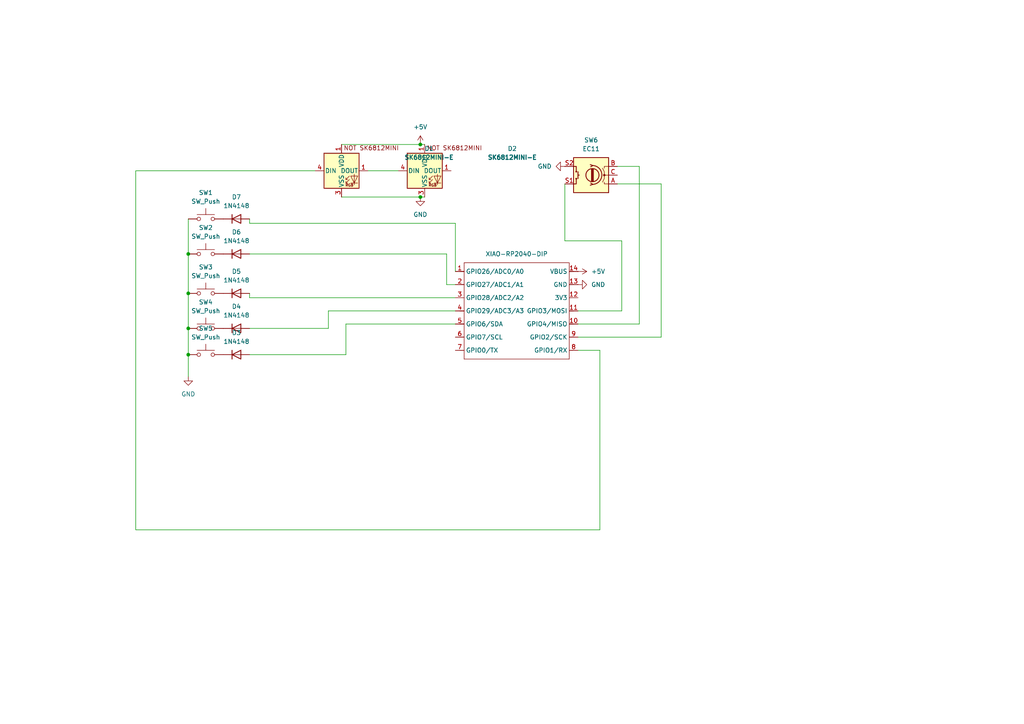
<source format=kicad_sch>
(kicad_sch
	(version 20250114)
	(generator "eeschema")
	(generator_version "9.0")
	(uuid "f0c0961d-22b2-414f-8957-e026f6d7d732")
	(paper "A4")
	(lib_symbols
		(symbol "Device:RotaryEncoder_Switch"
			(pin_names
				(offset 0.254)
				(hide yes)
			)
			(exclude_from_sim no)
			(in_bom yes)
			(on_board yes)
			(property "Reference" "SW"
				(at 0 6.604 0)
				(effects
					(font
						(size 1.27 1.27)
					)
				)
			)
			(property "Value" "RotaryEncoder_Switch"
				(at 0 -6.604 0)
				(effects
					(font
						(size 1.27 1.27)
					)
				)
			)
			(property "Footprint" ""
				(at -3.81 4.064 0)
				(effects
					(font
						(size 1.27 1.27)
					)
					(hide yes)
				)
			)
			(property "Datasheet" "~"
				(at 0 6.604 0)
				(effects
					(font
						(size 1.27 1.27)
					)
					(hide yes)
				)
			)
			(property "Description" "Rotary encoder, dual channel, incremental quadrate outputs, with switch"
				(at 0 0 0)
				(effects
					(font
						(size 1.27 1.27)
					)
					(hide yes)
				)
			)
			(property "ki_keywords" "rotary switch encoder switch push button"
				(at 0 0 0)
				(effects
					(font
						(size 1.27 1.27)
					)
					(hide yes)
				)
			)
			(property "ki_fp_filters" "RotaryEncoder*Switch*"
				(at 0 0 0)
				(effects
					(font
						(size 1.27 1.27)
					)
					(hide yes)
				)
			)
			(symbol "RotaryEncoder_Switch_0_1"
				(rectangle
					(start -5.08 5.08)
					(end 5.08 -5.08)
					(stroke
						(width 0.254)
						(type default)
					)
					(fill
						(type background)
					)
				)
				(polyline
					(pts
						(xy -5.08 2.54) (xy -3.81 2.54) (xy -3.81 2.032)
					)
					(stroke
						(width 0)
						(type default)
					)
					(fill
						(type none)
					)
				)
				(polyline
					(pts
						(xy -5.08 0) (xy -3.81 0) (xy -3.81 -1.016) (xy -3.302 -2.032)
					)
					(stroke
						(width 0)
						(type default)
					)
					(fill
						(type none)
					)
				)
				(polyline
					(pts
						(xy -5.08 -2.54) (xy -3.81 -2.54) (xy -3.81 -2.032)
					)
					(stroke
						(width 0)
						(type default)
					)
					(fill
						(type none)
					)
				)
				(polyline
					(pts
						(xy -4.318 0) (xy -3.81 0) (xy -3.81 1.016) (xy -3.302 2.032)
					)
					(stroke
						(width 0)
						(type default)
					)
					(fill
						(type none)
					)
				)
				(circle
					(center -3.81 0)
					(radius 0.254)
					(stroke
						(width 0)
						(type default)
					)
					(fill
						(type outline)
					)
				)
				(polyline
					(pts
						(xy -0.635 -1.778) (xy -0.635 1.778)
					)
					(stroke
						(width 0.254)
						(type default)
					)
					(fill
						(type none)
					)
				)
				(circle
					(center -0.381 0)
					(radius 1.905)
					(stroke
						(width 0.254)
						(type default)
					)
					(fill
						(type none)
					)
				)
				(polyline
					(pts
						(xy -0.381 -1.778) (xy -0.381 1.778)
					)
					(stroke
						(width 0.254)
						(type default)
					)
					(fill
						(type none)
					)
				)
				(arc
					(start -0.381 -2.794)
					(mid -3.0988 -0.0635)
					(end -0.381 2.667)
					(stroke
						(width 0.254)
						(type default)
					)
					(fill
						(type none)
					)
				)
				(polyline
					(pts
						(xy -0.127 1.778) (xy -0.127 -1.778)
					)
					(stroke
						(width 0.254)
						(type default)
					)
					(fill
						(type none)
					)
				)
				(polyline
					(pts
						(xy 0.254 2.921) (xy -0.508 2.667) (xy 0.127 2.286)
					)
					(stroke
						(width 0.254)
						(type default)
					)
					(fill
						(type none)
					)
				)
				(polyline
					(pts
						(xy 0.254 -3.048) (xy -0.508 -2.794) (xy 0.127 -2.413)
					)
					(stroke
						(width 0.254)
						(type default)
					)
					(fill
						(type none)
					)
				)
				(polyline
					(pts
						(xy 3.81 1.016) (xy 3.81 -1.016)
					)
					(stroke
						(width 0.254)
						(type default)
					)
					(fill
						(type none)
					)
				)
				(polyline
					(pts
						(xy 3.81 0) (xy 3.429 0)
					)
					(stroke
						(width 0.254)
						(type default)
					)
					(fill
						(type none)
					)
				)
				(circle
					(center 4.318 1.016)
					(radius 0.127)
					(stroke
						(width 0.254)
						(type default)
					)
					(fill
						(type none)
					)
				)
				(circle
					(center 4.318 -1.016)
					(radius 0.127)
					(stroke
						(width 0.254)
						(type default)
					)
					(fill
						(type none)
					)
				)
				(polyline
					(pts
						(xy 5.08 2.54) (xy 4.318 2.54) (xy 4.318 1.016)
					)
					(stroke
						(width 0.254)
						(type default)
					)
					(fill
						(type none)
					)
				)
				(polyline
					(pts
						(xy 5.08 -2.54) (xy 4.318 -2.54) (xy 4.318 -1.016)
					)
					(stroke
						(width 0.254)
						(type default)
					)
					(fill
						(type none)
					)
				)
			)
			(symbol "RotaryEncoder_Switch_1_1"
				(pin passive line
					(at -7.62 2.54 0)
					(length 2.54)
					(name "A"
						(effects
							(font
								(size 1.27 1.27)
							)
						)
					)
					(number "A"
						(effects
							(font
								(size 1.27 1.27)
							)
						)
					)
				)
				(pin passive line
					(at -7.62 0 0)
					(length 2.54)
					(name "C"
						(effects
							(font
								(size 1.27 1.27)
							)
						)
					)
					(number "C"
						(effects
							(font
								(size 1.27 1.27)
							)
						)
					)
				)
				(pin passive line
					(at -7.62 -2.54 0)
					(length 2.54)
					(name "B"
						(effects
							(font
								(size 1.27 1.27)
							)
						)
					)
					(number "B"
						(effects
							(font
								(size 1.27 1.27)
							)
						)
					)
				)
				(pin passive line
					(at 7.62 2.54 180)
					(length 2.54)
					(name "S1"
						(effects
							(font
								(size 1.27 1.27)
							)
						)
					)
					(number "S1"
						(effects
							(font
								(size 1.27 1.27)
							)
						)
					)
				)
				(pin passive line
					(at 7.62 -2.54 180)
					(length 2.54)
					(name "S2"
						(effects
							(font
								(size 1.27 1.27)
							)
						)
					)
					(number "S2"
						(effects
							(font
								(size 1.27 1.27)
							)
						)
					)
				)
			)
			(embedded_fonts no)
		)
		(symbol "Diode:1N4148"
			(pin_numbers
				(hide yes)
			)
			(pin_names
				(hide yes)
			)
			(exclude_from_sim no)
			(in_bom yes)
			(on_board yes)
			(property "Reference" "D"
				(at 0 2.54 0)
				(effects
					(font
						(size 1.27 1.27)
					)
				)
			)
			(property "Value" "1N4148"
				(at 0 -2.54 0)
				(effects
					(font
						(size 1.27 1.27)
					)
				)
			)
			(property "Footprint" "Diode_THT:D_DO-35_SOD27_P7.62mm_Horizontal"
				(at 0 0 0)
				(effects
					(font
						(size 1.27 1.27)
					)
					(hide yes)
				)
			)
			(property "Datasheet" "https://assets.nexperia.com/documents/data-sheet/1N4148_1N4448.pdf"
				(at 0 0 0)
				(effects
					(font
						(size 1.27 1.27)
					)
					(hide yes)
				)
			)
			(property "Description" "100V 0.15A standard switching diode, DO-35"
				(at 0 0 0)
				(effects
					(font
						(size 1.27 1.27)
					)
					(hide yes)
				)
			)
			(property "Sim.Device" "D"
				(at 0 0 0)
				(effects
					(font
						(size 1.27 1.27)
					)
					(hide yes)
				)
			)
			(property "Sim.Pins" "1=K 2=A"
				(at 0 0 0)
				(effects
					(font
						(size 1.27 1.27)
					)
					(hide yes)
				)
			)
			(property "ki_keywords" "diode"
				(at 0 0 0)
				(effects
					(font
						(size 1.27 1.27)
					)
					(hide yes)
				)
			)
			(property "ki_fp_filters" "D*DO?35*"
				(at 0 0 0)
				(effects
					(font
						(size 1.27 1.27)
					)
					(hide yes)
				)
			)
			(symbol "1N4148_0_1"
				(polyline
					(pts
						(xy -1.27 1.27) (xy -1.27 -1.27)
					)
					(stroke
						(width 0.254)
						(type default)
					)
					(fill
						(type none)
					)
				)
				(polyline
					(pts
						(xy 1.27 1.27) (xy 1.27 -1.27) (xy -1.27 0) (xy 1.27 1.27)
					)
					(stroke
						(width 0.254)
						(type default)
					)
					(fill
						(type none)
					)
				)
				(polyline
					(pts
						(xy 1.27 0) (xy -1.27 0)
					)
					(stroke
						(width 0)
						(type default)
					)
					(fill
						(type none)
					)
				)
			)
			(symbol "1N4148_1_1"
				(pin passive line
					(at -3.81 0 0)
					(length 2.54)
					(name "K"
						(effects
							(font
								(size 1.27 1.27)
							)
						)
					)
					(number "1"
						(effects
							(font
								(size 1.27 1.27)
							)
						)
					)
				)
				(pin passive line
					(at 3.81 0 180)
					(length 2.54)
					(name "A"
						(effects
							(font
								(size 1.27 1.27)
							)
						)
					)
					(number "2"
						(effects
							(font
								(size 1.27 1.27)
							)
						)
					)
				)
			)
			(embedded_fonts no)
		)
		(symbol "SK6812MINI-E:SK6812MINI-E"
			(pin_names
				(offset 0.254)
			)
			(exclude_from_sim no)
			(in_bom yes)
			(on_board yes)
			(property "Reference" "D"
				(at -3.556 5.842 0)
				(effects
					(font
						(size 1.27 1.27)
					)
					(justify right bottom)
				)
			)
			(property "Value" "SK6812MINI-E"
				(at 1.27 -5.715 0)
				(effects
					(font
						(size 1.27 1.27)
						(thickness 0.254)
						(bold yes)
					)
					(justify left top)
				)
			)
			(property "Footprint" "SK6812MINI-E - 3.2x2.8x1.78mm"
				(at 1.27 -7.62 0)
				(effects
					(font
						(size 1.27 1.27)
					)
					(justify left top)
					(hide yes)
				)
			)
			(property "Datasheet" "https://cdn-shop.adafruit.com/product-files/4960/4960_SK6812MINI-E_REV02_EN.pdf"
				(at 2.54 -9.525 0)
				(effects
					(font
						(size 1.27 1.27)
					)
					(justify left top)
					(hide yes)
				)
			)
			(property "Description" "RGB LED with integrated controller"
				(at 0 0 0)
				(effects
					(font
						(size 1.27 1.27)
					)
					(hide yes)
				)
			)
			(property "ki_keywords" "RGB LED NeoPixel Mini addressable"
				(at 0 0 0)
				(effects
					(font
						(size 1.27 1.27)
					)
					(hide yes)
				)
			)
			(property "ki_fp_filters" "LED*SK6812MINI*PLCC*3.5x3.5mm*P1.75mm*"
				(at 0 0 0)
				(effects
					(font
						(size 1.27 1.27)
					)
					(hide yes)
				)
			)
			(symbol "SK6812MINI-E_0_0"
				(text "RGB"
					(at 2.286 -4.191 0)
					(effects
						(font
							(size 0.762 0.762)
						)
					)
				)
			)
			(symbol "SK6812MINI-E_0_1"
				(rectangle
					(start -5.08 5.08)
					(end 5.08 -5.08)
					(stroke
						(width 0.254)
						(type default)
					)
					(fill
						(type background)
					)
				)
				(polyline
					(pts
						(xy 1.27 -2.54) (xy 1.778 -2.54)
					)
					(stroke
						(width 0)
						(type default)
					)
					(fill
						(type none)
					)
				)
				(polyline
					(pts
						(xy 1.27 -3.556) (xy 1.778 -3.556)
					)
					(stroke
						(width 0)
						(type default)
					)
					(fill
						(type none)
					)
				)
				(polyline
					(pts
						(xy 2.286 -1.524) (xy 1.27 -2.54) (xy 1.27 -2.032)
					)
					(stroke
						(width 0)
						(type default)
					)
					(fill
						(type none)
					)
				)
				(polyline
					(pts
						(xy 2.286 -2.54) (xy 1.27 -3.556) (xy 1.27 -3.048)
					)
					(stroke
						(width 0)
						(type default)
					)
					(fill
						(type none)
					)
				)
				(polyline
					(pts
						(xy 3.683 -1.016) (xy 3.683 -3.556) (xy 3.683 -4.064)
					)
					(stroke
						(width 0)
						(type default)
					)
					(fill
						(type none)
					)
				)
				(polyline
					(pts
						(xy 4.699 -1.524) (xy 2.667 -1.524) (xy 3.683 -3.556) (xy 4.699 -1.524)
					)
					(stroke
						(width 0)
						(type default)
					)
					(fill
						(type none)
					)
				)
				(polyline
					(pts
						(xy 4.699 -3.556) (xy 2.667 -3.556)
					)
					(stroke
						(width 0)
						(type default)
					)
					(fill
						(type none)
					)
				)
			)
			(symbol "SK6812MINI-E_1_1"
				(text "NOT SK6812MINI"
					(at 8.636 6.604 0)
					(effects
						(font
							(size 1.27 1.27)
						)
					)
				)
				(pin input line
					(at -7.62 0 0)
					(length 2.54)
					(name "DIN"
						(effects
							(font
								(size 1.27 1.27)
							)
						)
					)
					(number "4"
						(effects
							(font
								(size 1.27 1.27)
							)
						)
					)
				)
				(pin power_in line
					(at 0 7.62 270)
					(length 2.54)
					(name "VDD"
						(effects
							(font
								(size 1.27 1.27)
							)
						)
					)
					(number "1"
						(effects
							(font
								(size 1.27 1.27)
							)
						)
					)
				)
				(pin power_in line
					(at 0 -7.62 90)
					(length 2.54)
					(name "VSS"
						(effects
							(font
								(size 1.27 1.27)
							)
						)
					)
					(number "3"
						(effects
							(font
								(size 1.27 1.27)
							)
						)
					)
				)
				(pin output line
					(at 7.62 0 180)
					(length 2.54)
					(name "DOUT"
						(effects
							(font
								(size 1.27 1.27)
							)
						)
					)
					(number "1"
						(effects
							(font
								(size 1.27 1.27)
							)
						)
					)
				)
			)
			(embedded_fonts no)
		)
		(symbol "SK6812MINI-E_1"
			(pin_names
				(offset 0.254)
			)
			(exclude_from_sim no)
			(in_bom yes)
			(on_board yes)
			(property "Reference" "D"
				(at -3.556 5.842 0)
				(effects
					(font
						(size 1.27 1.27)
					)
					(justify right bottom)
				)
			)
			(property "Value" "SK6812MINI-E"
				(at 1.27 -5.715 0)
				(effects
					(font
						(size 1.27 1.27)
						(thickness 0.254)
						(bold yes)
					)
					(justify left top)
				)
			)
			(property "Footprint" "SK6812MINI-E - 3.2x2.8x1.78mm"
				(at 1.27 -7.62 0)
				(effects
					(font
						(size 1.27 1.27)
					)
					(justify left top)
					(hide yes)
				)
			)
			(property "Datasheet" "https://cdn-shop.adafruit.com/product-files/4960/4960_SK6812MINI-E_REV02_EN.pdf"
				(at 2.54 -9.525 0)
				(effects
					(font
						(size 1.27 1.27)
					)
					(justify left top)
					(hide yes)
				)
			)
			(property "Description" "RGB LED with integrated controller"
				(at 0 0 0)
				(effects
					(font
						(size 1.27 1.27)
					)
					(hide yes)
				)
			)
			(property "ki_keywords" "RGB LED NeoPixel Mini addressable"
				(at 0 0 0)
				(effects
					(font
						(size 1.27 1.27)
					)
					(hide yes)
				)
			)
			(property "ki_fp_filters" "LED*SK6812MINI*PLCC*3.5x3.5mm*P1.75mm*"
				(at 0 0 0)
				(effects
					(font
						(size 1.27 1.27)
					)
					(hide yes)
				)
			)
			(symbol "SK6812MINI-E_1_0_0"
				(text "RGB"
					(at 2.286 -4.191 0)
					(effects
						(font
							(size 0.762 0.762)
						)
					)
				)
			)
			(symbol "SK6812MINI-E_1_0_1"
				(rectangle
					(start -5.08 5.08)
					(end 5.08 -5.08)
					(stroke
						(width 0.254)
						(type default)
					)
					(fill
						(type background)
					)
				)
				(polyline
					(pts
						(xy 1.27 -2.54) (xy 1.778 -2.54)
					)
					(stroke
						(width 0)
						(type default)
					)
					(fill
						(type none)
					)
				)
				(polyline
					(pts
						(xy 1.27 -3.556) (xy 1.778 -3.556)
					)
					(stroke
						(width 0)
						(type default)
					)
					(fill
						(type none)
					)
				)
				(polyline
					(pts
						(xy 2.286 -1.524) (xy 1.27 -2.54) (xy 1.27 -2.032)
					)
					(stroke
						(width 0)
						(type default)
					)
					(fill
						(type none)
					)
				)
				(polyline
					(pts
						(xy 2.286 -2.54) (xy 1.27 -3.556) (xy 1.27 -3.048)
					)
					(stroke
						(width 0)
						(type default)
					)
					(fill
						(type none)
					)
				)
				(polyline
					(pts
						(xy 3.683 -1.016) (xy 3.683 -3.556) (xy 3.683 -4.064)
					)
					(stroke
						(width 0)
						(type default)
					)
					(fill
						(type none)
					)
				)
				(polyline
					(pts
						(xy 4.699 -1.524) (xy 2.667 -1.524) (xy 3.683 -3.556) (xy 4.699 -1.524)
					)
					(stroke
						(width 0)
						(type default)
					)
					(fill
						(type none)
					)
				)
				(polyline
					(pts
						(xy 4.699 -3.556) (xy 2.667 -3.556)
					)
					(stroke
						(width 0)
						(type default)
					)
					(fill
						(type none)
					)
				)
			)
			(symbol "SK6812MINI-E_1_1_1"
				(text "NOT SK6812MINI"
					(at 8.636 6.604 0)
					(effects
						(font
							(size 1.27 1.27)
						)
					)
				)
				(pin input line
					(at -7.62 0 0)
					(length 2.54)
					(name "DIN"
						(effects
							(font
								(size 1.27 1.27)
							)
						)
					)
					(number "4"
						(effects
							(font
								(size 1.27 1.27)
							)
						)
					)
				)
				(pin power_in line
					(at 0 7.62 270)
					(length 2.54)
					(name "VDD"
						(effects
							(font
								(size 1.27 1.27)
							)
						)
					)
					(number "1"
						(effects
							(font
								(size 1.27 1.27)
							)
						)
					)
				)
				(pin power_in line
					(at 0 -7.62 90)
					(length 2.54)
					(name "VSS"
						(effects
							(font
								(size 1.27 1.27)
							)
						)
					)
					(number "3"
						(effects
							(font
								(size 1.27 1.27)
							)
						)
					)
				)
				(pin output line
					(at 7.62 0 180)
					(length 2.54)
					(name "DOUT"
						(effects
							(font
								(size 1.27 1.27)
							)
						)
					)
					(number "1"
						(effects
							(font
								(size 1.27 1.27)
							)
						)
					)
				)
			)
			(embedded_fonts no)
		)
		(symbol "Seeed_Studio_XIAO_Series:XIAO-RP2040-DIP"
			(exclude_from_sim no)
			(in_bom yes)
			(on_board yes)
			(property "Reference" ""
				(at 0 0 0)
				(do_not_autoplace)
				(effects
					(font
						(size 1.27 1.27)
					)
					(hide yes)
				)
			)
			(property "Value" "XIAO-RP2040-DIP"
				(at 5.334 -1.778 0)
				(effects
					(font
						(size 1.27 1.27)
					)
				)
			)
			(property "Footprint" "Module:MOUDLE14P-XIAO-DIP-SMD"
				(at 14.478 -32.258 0)
				(effects
					(font
						(size 1.27 1.27)
					)
					(hide yes)
				)
			)
			(property "Datasheet" ""
				(at 0 0 0)
				(effects
					(font
						(size 1.27 1.27)
					)
					(hide yes)
				)
			)
			(property "Description" ""
				(at 0 0 0)
				(effects
					(font
						(size 1.27 1.27)
					)
					(hide yes)
				)
			)
			(symbol "XIAO-RP2040-DIP_1_0"
				(polyline
					(pts
						(xy -1.27 -2.54) (xy 29.21 -2.54)
					)
					(stroke
						(width 0.1524)
						(type solid)
					)
					(fill
						(type none)
					)
				)
				(polyline
					(pts
						(xy -1.27 -5.08) (xy -2.54 -5.08)
					)
					(stroke
						(width 0.1524)
						(type solid)
					)
					(fill
						(type none)
					)
				)
				(polyline
					(pts
						(xy -1.27 -5.08) (xy -1.27 -2.54)
					)
					(stroke
						(width 0.1524)
						(type solid)
					)
					(fill
						(type none)
					)
				)
				(polyline
					(pts
						(xy -1.27 -8.89) (xy -2.54 -8.89)
					)
					(stroke
						(width 0.1524)
						(type solid)
					)
					(fill
						(type none)
					)
				)
				(polyline
					(pts
						(xy -1.27 -8.89) (xy -1.27 -5.08)
					)
					(stroke
						(width 0.1524)
						(type solid)
					)
					(fill
						(type none)
					)
				)
				(polyline
					(pts
						(xy -1.27 -12.7) (xy -2.54 -12.7)
					)
					(stroke
						(width 0.1524)
						(type solid)
					)
					(fill
						(type none)
					)
				)
				(polyline
					(pts
						(xy -1.27 -12.7) (xy -1.27 -8.89)
					)
					(stroke
						(width 0.1524)
						(type solid)
					)
					(fill
						(type none)
					)
				)
				(polyline
					(pts
						(xy -1.27 -16.51) (xy -2.54 -16.51)
					)
					(stroke
						(width 0.1524)
						(type solid)
					)
					(fill
						(type none)
					)
				)
				(polyline
					(pts
						(xy -1.27 -16.51) (xy -1.27 -12.7)
					)
					(stroke
						(width 0.1524)
						(type solid)
					)
					(fill
						(type none)
					)
				)
				(polyline
					(pts
						(xy -1.27 -20.32) (xy -2.54 -20.32)
					)
					(stroke
						(width 0.1524)
						(type solid)
					)
					(fill
						(type none)
					)
				)
				(polyline
					(pts
						(xy -1.27 -24.13) (xy -2.54 -24.13)
					)
					(stroke
						(width 0.1524)
						(type solid)
					)
					(fill
						(type none)
					)
				)
				(polyline
					(pts
						(xy -1.27 -27.94) (xy -2.54 -27.94)
					)
					(stroke
						(width 0.1524)
						(type solid)
					)
					(fill
						(type none)
					)
				)
				(polyline
					(pts
						(xy -1.27 -30.48) (xy -1.27 -16.51)
					)
					(stroke
						(width 0.1524)
						(type solid)
					)
					(fill
						(type none)
					)
				)
				(polyline
					(pts
						(xy 29.21 -2.54) (xy 29.21 -5.08)
					)
					(stroke
						(width 0.1524)
						(type solid)
					)
					(fill
						(type none)
					)
				)
				(polyline
					(pts
						(xy 29.21 -5.08) (xy 29.21 -8.89)
					)
					(stroke
						(width 0.1524)
						(type solid)
					)
					(fill
						(type none)
					)
				)
				(polyline
					(pts
						(xy 29.21 -8.89) (xy 29.21 -12.7)
					)
					(stroke
						(width 0.1524)
						(type solid)
					)
					(fill
						(type none)
					)
				)
				(polyline
					(pts
						(xy 29.21 -12.7) (xy 29.21 -30.48)
					)
					(stroke
						(width 0.1524)
						(type solid)
					)
					(fill
						(type none)
					)
				)
				(polyline
					(pts
						(xy 29.21 -30.48) (xy -1.27 -30.48)
					)
					(stroke
						(width 0.1524)
						(type solid)
					)
					(fill
						(type none)
					)
				)
				(polyline
					(pts
						(xy 30.48 -5.08) (xy 29.21 -5.08)
					)
					(stroke
						(width 0.1524)
						(type solid)
					)
					(fill
						(type none)
					)
				)
				(polyline
					(pts
						(xy 30.48 -8.89) (xy 29.21 -8.89)
					)
					(stroke
						(width 0.1524)
						(type solid)
					)
					(fill
						(type none)
					)
				)
				(polyline
					(pts
						(xy 30.48 -12.7) (xy 29.21 -12.7)
					)
					(stroke
						(width 0.1524)
						(type solid)
					)
					(fill
						(type none)
					)
				)
				(polyline
					(pts
						(xy 30.48 -16.51) (xy 29.21 -16.51)
					)
					(stroke
						(width 0.1524)
						(type solid)
					)
					(fill
						(type none)
					)
				)
				(polyline
					(pts
						(xy 30.48 -20.32) (xy 29.21 -20.32)
					)
					(stroke
						(width 0.1524)
						(type solid)
					)
					(fill
						(type none)
					)
				)
				(polyline
					(pts
						(xy 30.48 -24.13) (xy 29.21 -24.13)
					)
					(stroke
						(width 0.1524)
						(type solid)
					)
					(fill
						(type none)
					)
				)
				(polyline
					(pts
						(xy 30.48 -27.94) (xy 29.21 -27.94)
					)
					(stroke
						(width 0.1524)
						(type solid)
					)
					(fill
						(type none)
					)
				)
				(pin passive line
					(at -3.81 -5.08 0)
					(length 2.54)
					(name "GPIO26/ADC0/A0"
						(effects
							(font
								(size 1.27 1.27)
							)
						)
					)
					(number "1"
						(effects
							(font
								(size 1.27 1.27)
							)
						)
					)
				)
				(pin passive line
					(at -3.81 -8.89 0)
					(length 2.54)
					(name "GPIO27/ADC1/A1"
						(effects
							(font
								(size 1.27 1.27)
							)
						)
					)
					(number "2"
						(effects
							(font
								(size 1.27 1.27)
							)
						)
					)
				)
				(pin passive line
					(at -3.81 -12.7 0)
					(length 2.54)
					(name "GPIO28/ADC2/A2"
						(effects
							(font
								(size 1.27 1.27)
							)
						)
					)
					(number "3"
						(effects
							(font
								(size 1.27 1.27)
							)
						)
					)
				)
				(pin passive line
					(at -3.81 -16.51 0)
					(length 2.54)
					(name "GPIO29/ADC3/A3"
						(effects
							(font
								(size 1.27 1.27)
							)
						)
					)
					(number "4"
						(effects
							(font
								(size 1.27 1.27)
							)
						)
					)
				)
				(pin passive line
					(at -3.81 -20.32 0)
					(length 2.54)
					(name "GPIO6/SDA"
						(effects
							(font
								(size 1.27 1.27)
							)
						)
					)
					(number "5"
						(effects
							(font
								(size 1.27 1.27)
							)
						)
					)
				)
				(pin passive line
					(at -3.81 -24.13 0)
					(length 2.54)
					(name "GPIO7/SCL"
						(effects
							(font
								(size 1.27 1.27)
							)
						)
					)
					(number "6"
						(effects
							(font
								(size 1.27 1.27)
							)
						)
					)
				)
				(pin passive line
					(at -3.81 -27.94 0)
					(length 2.54)
					(name "GPIO0/TX"
						(effects
							(font
								(size 1.27 1.27)
							)
						)
					)
					(number "7"
						(effects
							(font
								(size 1.27 1.27)
							)
						)
					)
				)
				(pin passive line
					(at 31.75 -5.08 180)
					(length 2.54)
					(name "VBUS"
						(effects
							(font
								(size 1.27 1.27)
							)
						)
					)
					(number "14"
						(effects
							(font
								(size 1.27 1.27)
							)
						)
					)
				)
				(pin passive line
					(at 31.75 -8.89 180)
					(length 2.54)
					(name "GND"
						(effects
							(font
								(size 1.27 1.27)
							)
						)
					)
					(number "13"
						(effects
							(font
								(size 1.27 1.27)
							)
						)
					)
				)
				(pin passive line
					(at 31.75 -12.7 180)
					(length 2.54)
					(name "3V3"
						(effects
							(font
								(size 1.27 1.27)
							)
						)
					)
					(number "12"
						(effects
							(font
								(size 1.27 1.27)
							)
						)
					)
				)
				(pin passive line
					(at 31.75 -16.51 180)
					(length 2.54)
					(name "GPIO3/MOSI"
						(effects
							(font
								(size 1.27 1.27)
							)
						)
					)
					(number "11"
						(effects
							(font
								(size 1.27 1.27)
							)
						)
					)
				)
				(pin passive line
					(at 31.75 -20.32 180)
					(length 2.54)
					(name "GPIO4/MISO"
						(effects
							(font
								(size 1.27 1.27)
							)
						)
					)
					(number "10"
						(effects
							(font
								(size 1.27 1.27)
							)
						)
					)
				)
				(pin passive line
					(at 31.75 -24.13 180)
					(length 2.54)
					(name "GPIO2/SCK"
						(effects
							(font
								(size 1.27 1.27)
							)
						)
					)
					(number "9"
						(effects
							(font
								(size 1.27 1.27)
							)
						)
					)
				)
				(pin passive line
					(at 31.75 -27.94 180)
					(length 2.54)
					(name "GPIO1/RX"
						(effects
							(font
								(size 1.27 1.27)
							)
						)
					)
					(number "8"
						(effects
							(font
								(size 1.27 1.27)
							)
						)
					)
				)
			)
			(embedded_fonts no)
		)
		(symbol "Switch:SW_Push"
			(pin_numbers
				(hide yes)
			)
			(pin_names
				(offset 1.016)
				(hide yes)
			)
			(exclude_from_sim no)
			(in_bom yes)
			(on_board yes)
			(property "Reference" "SW"
				(at 1.27 2.54 0)
				(effects
					(font
						(size 1.27 1.27)
					)
					(justify left)
				)
			)
			(property "Value" "SW_Push"
				(at 0 -1.524 0)
				(effects
					(font
						(size 1.27 1.27)
					)
				)
			)
			(property "Footprint" ""
				(at 0 5.08 0)
				(effects
					(font
						(size 1.27 1.27)
					)
					(hide yes)
				)
			)
			(property "Datasheet" "~"
				(at 0 5.08 0)
				(effects
					(font
						(size 1.27 1.27)
					)
					(hide yes)
				)
			)
			(property "Description" "Push button switch, generic, two pins"
				(at 0 0 0)
				(effects
					(font
						(size 1.27 1.27)
					)
					(hide yes)
				)
			)
			(property "ki_keywords" "switch normally-open pushbutton push-button"
				(at 0 0 0)
				(effects
					(font
						(size 1.27 1.27)
					)
					(hide yes)
				)
			)
			(symbol "SW_Push_0_1"
				(circle
					(center -2.032 0)
					(radius 0.508)
					(stroke
						(width 0)
						(type default)
					)
					(fill
						(type none)
					)
				)
				(polyline
					(pts
						(xy 0 1.27) (xy 0 3.048)
					)
					(stroke
						(width 0)
						(type default)
					)
					(fill
						(type none)
					)
				)
				(circle
					(center 2.032 0)
					(radius 0.508)
					(stroke
						(width 0)
						(type default)
					)
					(fill
						(type none)
					)
				)
				(polyline
					(pts
						(xy 2.54 1.27) (xy -2.54 1.27)
					)
					(stroke
						(width 0)
						(type default)
					)
					(fill
						(type none)
					)
				)
				(pin passive line
					(at -5.08 0 0)
					(length 2.54)
					(name "1"
						(effects
							(font
								(size 1.27 1.27)
							)
						)
					)
					(number "1"
						(effects
							(font
								(size 1.27 1.27)
							)
						)
					)
				)
				(pin passive line
					(at 5.08 0 180)
					(length 2.54)
					(name "2"
						(effects
							(font
								(size 1.27 1.27)
							)
						)
					)
					(number "2"
						(effects
							(font
								(size 1.27 1.27)
							)
						)
					)
				)
			)
			(embedded_fonts no)
		)
		(symbol "power:+5V"
			(power)
			(pin_numbers
				(hide yes)
			)
			(pin_names
				(offset 0)
				(hide yes)
			)
			(exclude_from_sim no)
			(in_bom yes)
			(on_board yes)
			(property "Reference" "#PWR"
				(at 0 -3.81 0)
				(effects
					(font
						(size 1.27 1.27)
					)
					(hide yes)
				)
			)
			(property "Value" "+5V"
				(at 0 3.556 0)
				(effects
					(font
						(size 1.27 1.27)
					)
				)
			)
			(property "Footprint" ""
				(at 0 0 0)
				(effects
					(font
						(size 1.27 1.27)
					)
					(hide yes)
				)
			)
			(property "Datasheet" ""
				(at 0 0 0)
				(effects
					(font
						(size 1.27 1.27)
					)
					(hide yes)
				)
			)
			(property "Description" "Power symbol creates a global label with name \"+5V\""
				(at 0 0 0)
				(effects
					(font
						(size 1.27 1.27)
					)
					(hide yes)
				)
			)
			(property "ki_keywords" "global power"
				(at 0 0 0)
				(effects
					(font
						(size 1.27 1.27)
					)
					(hide yes)
				)
			)
			(symbol "+5V_0_1"
				(polyline
					(pts
						(xy -0.762 1.27) (xy 0 2.54)
					)
					(stroke
						(width 0)
						(type default)
					)
					(fill
						(type none)
					)
				)
				(polyline
					(pts
						(xy 0 2.54) (xy 0.762 1.27)
					)
					(stroke
						(width 0)
						(type default)
					)
					(fill
						(type none)
					)
				)
				(polyline
					(pts
						(xy 0 0) (xy 0 2.54)
					)
					(stroke
						(width 0)
						(type default)
					)
					(fill
						(type none)
					)
				)
			)
			(symbol "+5V_1_1"
				(pin power_in line
					(at 0 0 90)
					(length 0)
					(name "~"
						(effects
							(font
								(size 1.27 1.27)
							)
						)
					)
					(number "1"
						(effects
							(font
								(size 1.27 1.27)
							)
						)
					)
				)
			)
			(embedded_fonts no)
		)
		(symbol "power:GND"
			(power)
			(pin_numbers
				(hide yes)
			)
			(pin_names
				(offset 0)
				(hide yes)
			)
			(exclude_from_sim no)
			(in_bom yes)
			(on_board yes)
			(property "Reference" "#PWR"
				(at 0 -6.35 0)
				(effects
					(font
						(size 1.27 1.27)
					)
					(hide yes)
				)
			)
			(property "Value" "GND"
				(at 0 -3.81 0)
				(effects
					(font
						(size 1.27 1.27)
					)
				)
			)
			(property "Footprint" ""
				(at 0 0 0)
				(effects
					(font
						(size 1.27 1.27)
					)
					(hide yes)
				)
			)
			(property "Datasheet" ""
				(at 0 0 0)
				(effects
					(font
						(size 1.27 1.27)
					)
					(hide yes)
				)
			)
			(property "Description" "Power symbol creates a global label with name \"GND\" , ground"
				(at 0 0 0)
				(effects
					(font
						(size 1.27 1.27)
					)
					(hide yes)
				)
			)
			(property "ki_keywords" "global power"
				(at 0 0 0)
				(effects
					(font
						(size 1.27 1.27)
					)
					(hide yes)
				)
			)
			(symbol "GND_0_1"
				(polyline
					(pts
						(xy 0 0) (xy 0 -1.27) (xy 1.27 -1.27) (xy 0 -2.54) (xy -1.27 -1.27) (xy 0 -1.27)
					)
					(stroke
						(width 0)
						(type default)
					)
					(fill
						(type none)
					)
				)
			)
			(symbol "GND_1_1"
				(pin power_in line
					(at 0 0 270)
					(length 0)
					(name "~"
						(effects
							(font
								(size 1.27 1.27)
							)
						)
					)
					(number "1"
						(effects
							(font
								(size 1.27 1.27)
							)
						)
					)
				)
			)
			(embedded_fonts no)
		)
	)
	(text ""
		(exclude_from_sim no)
		(at -24.638 136.144 0)
		(effects
			(font
				(size 1.27 1.27)
			)
		)
		(uuid "92a2cb6f-530a-49cc-9238-7f97630de424")
	)
	(text "U1\n"
		(exclude_from_sim no)
		(at -66.294 148.59 0)
		(effects
			(font
				(size 1.27 1.27)
			)
		)
		(uuid "f726e945-e6d2-4b05-b324-abe22682f5c0")
	)
	(junction
		(at 121.92 41.91)
		(diameter 0)
		(color 0 0 0 0)
		(uuid "151642d7-b301-44a5-bc52-f10a7036430c")
	)
	(junction
		(at 54.61 95.25)
		(diameter 0)
		(color 0 0 0 0)
		(uuid "214ed07f-d2ec-4b1c-9a53-4763b1b929e0")
	)
	(junction
		(at 54.61 73.66)
		(diameter 0)
		(color 0 0 0 0)
		(uuid "4d31372a-0e9f-4c18-8fdc-df68b2cb4621")
	)
	(junction
		(at 54.61 102.87)
		(diameter 0)
		(color 0 0 0 0)
		(uuid "5f682613-6e25-4ee2-88ad-44b473989d15")
	)
	(junction
		(at 54.61 85.09)
		(diameter 0)
		(color 0 0 0 0)
		(uuid "a2fbf68d-c727-4c61-960e-6ec36904c944")
	)
	(junction
		(at 121.92 57.15)
		(diameter 0)
		(color 0 0 0 0)
		(uuid "beb6a053-691b-40f1-b968-2dcb56cd928f")
	)
	(no_connect
		(at -17.78 2.54)
		(uuid "37f2a1d0-ce99-4bad-98bc-14cd26e94d7f")
	)
	(wire
		(pts
			(xy 54.61 63.5) (xy 54.61 73.66)
		)
		(stroke
			(width 0)
			(type default)
		)
		(uuid "00d976e0-091e-442f-8b37-3a6bd1efe8af")
	)
	(wire
		(pts
			(xy 100.33 102.87) (xy 72.39 102.87)
		)
		(stroke
			(width 0)
			(type default)
		)
		(uuid "012248b5-9b53-4c38-ab0a-30d0756c4245")
	)
	(wire
		(pts
			(xy 180.34 69.85) (xy 180.34 90.17)
		)
		(stroke
			(width 0)
			(type default)
		)
		(uuid "0ae29345-57da-47d1-8395-1edc3b8fa7d7")
	)
	(wire
		(pts
			(xy 54.61 73.66) (xy 54.61 85.09)
		)
		(stroke
			(width 0)
			(type default)
		)
		(uuid "0b217c8b-e352-48ca-96e7-2037775a995b")
	)
	(wire
		(pts
			(xy 173.99 101.6) (xy 167.64 101.6)
		)
		(stroke
			(width 0)
			(type default)
		)
		(uuid "12142515-d79d-4b7d-9ba9-b28fa74444a2")
	)
	(wire
		(pts
			(xy 72.39 95.25) (xy 95.25 95.25)
		)
		(stroke
			(width 0)
			(type default)
		)
		(uuid "140e1e5b-1fd5-4453-b064-bcae9e42783b")
	)
	(wire
		(pts
			(xy 54.61 102.87) (xy 54.61 109.22)
		)
		(stroke
			(width 0)
			(type default)
		)
		(uuid "155c6ebc-ade2-4fe7-a62e-69733c8be1f1")
	)
	(wire
		(pts
			(xy 132.08 86.36) (xy 72.39 86.36)
		)
		(stroke
			(width 0)
			(type default)
		)
		(uuid "165cd4f7-e444-4372-b74f-2b6562c2704f")
	)
	(wire
		(pts
			(xy 123.19 57.15) (xy 121.92 57.15)
		)
		(stroke
			(width 0)
			(type default)
		)
		(uuid "1e82bfb7-7ccb-4bd5-90e3-cf62caebf0c3")
	)
	(wire
		(pts
			(xy 106.68 49.53) (xy 115.57 49.53)
		)
		(stroke
			(width 0)
			(type default)
		)
		(uuid "2f7bf0f2-6aec-4095-968d-b6ea73e17e36")
	)
	(wire
		(pts
			(xy 191.77 97.79) (xy 167.64 97.79)
		)
		(stroke
			(width 0)
			(type default)
		)
		(uuid "2fa24378-ddc2-43b0-86de-8b734813bc7a")
	)
	(wire
		(pts
			(xy 123.19 41.91) (xy 121.92 41.91)
		)
		(stroke
			(width 0)
			(type default)
		)
		(uuid "3aaddfd8-aa31-4678-872a-8a07cbb980e9")
	)
	(wire
		(pts
			(xy 54.61 95.25) (xy 54.61 102.87)
		)
		(stroke
			(width 0)
			(type default)
		)
		(uuid "3b1f5599-f706-40ba-8bfb-08a1a0e59075")
	)
	(wire
		(pts
			(xy 129.54 73.66) (xy 129.54 82.55)
		)
		(stroke
			(width 0)
			(type default)
		)
		(uuid "400fbbbb-d28c-4650-b252-c54d8d550f74")
	)
	(wire
		(pts
			(xy 185.42 93.98) (xy 167.64 93.98)
		)
		(stroke
			(width 0)
			(type default)
		)
		(uuid "4011e65f-863b-42b6-92b6-8ef0bfcef5e7")
	)
	(wire
		(pts
			(xy 91.44 49.53) (xy 39.37 49.53)
		)
		(stroke
			(width 0)
			(type default)
		)
		(uuid "510acaf3-fd19-4cb6-bd84-ba6a28ae287c")
	)
	(wire
		(pts
			(xy 185.42 48.26) (xy 185.42 93.98)
		)
		(stroke
			(width 0)
			(type default)
		)
		(uuid "54f78ef6-124b-4c4c-a3d1-c30d2629bdab")
	)
	(wire
		(pts
			(xy 129.54 82.55) (xy 132.08 82.55)
		)
		(stroke
			(width 0)
			(type default)
		)
		(uuid "563bbdc8-d2ec-45b9-aac1-5f13dc06deec")
	)
	(wire
		(pts
			(xy 179.07 48.26) (xy 185.42 48.26)
		)
		(stroke
			(width 0)
			(type default)
		)
		(uuid "5e19b750-8959-4d4c-90ab-6fafa4a5f120")
	)
	(wire
		(pts
			(xy 163.83 53.34) (xy 163.83 69.85)
		)
		(stroke
			(width 0)
			(type default)
		)
		(uuid "60f82370-8bd0-4958-9510-b1ddba786090")
	)
	(wire
		(pts
			(xy 173.99 153.67) (xy 173.99 101.6)
		)
		(stroke
			(width 0)
			(type default)
		)
		(uuid "636d81c7-1023-42fe-a3ba-c21c629cb735")
	)
	(wire
		(pts
			(xy 95.25 90.17) (xy 132.08 90.17)
		)
		(stroke
			(width 0)
			(type default)
		)
		(uuid "673e35f7-fc0c-4285-936f-fc547a9492f7")
	)
	(wire
		(pts
			(xy 132.08 78.74) (xy 132.08 64.77)
		)
		(stroke
			(width 0)
			(type default)
		)
		(uuid "68c8fd05-6925-4174-b643-973c10d0bf4d")
	)
	(wire
		(pts
			(xy 72.39 86.36) (xy 72.39 85.09)
		)
		(stroke
			(width 0)
			(type default)
		)
		(uuid "69e8cf3b-4a32-4953-a784-d5ee07612057")
	)
	(wire
		(pts
			(xy 132.08 93.98) (xy 100.33 93.98)
		)
		(stroke
			(width 0)
			(type default)
		)
		(uuid "6fa52e41-92e5-4a45-9aee-4e346c5b3736")
	)
	(wire
		(pts
			(xy 72.39 73.66) (xy 129.54 73.66)
		)
		(stroke
			(width 0)
			(type default)
		)
		(uuid "760fd3ec-3b44-4d13-a7e7-47362978f9f5")
	)
	(wire
		(pts
			(xy 180.34 90.17) (xy 167.64 90.17)
		)
		(stroke
			(width 0)
			(type default)
		)
		(uuid "843b66a1-6200-41e8-b5a0-c875c5d75bb5")
	)
	(wire
		(pts
			(xy 99.06 57.15) (xy 121.92 57.15)
		)
		(stroke
			(width 0)
			(type default)
		)
		(uuid "8c9d4937-0c1f-431b-88a0-b05d581159c2")
	)
	(wire
		(pts
			(xy 99.06 41.91) (xy 121.92 41.91)
		)
		(stroke
			(width 0)
			(type default)
		)
		(uuid "9c347f1f-2ba8-4014-a14b-8ec4ec1c0b03")
	)
	(wire
		(pts
			(xy 39.37 49.53) (xy 39.37 153.67)
		)
		(stroke
			(width 0)
			(type default)
		)
		(uuid "c5dccdf1-6675-40ce-b883-a167b2b1910c")
	)
	(wire
		(pts
			(xy 95.25 95.25) (xy 95.25 90.17)
		)
		(stroke
			(width 0)
			(type default)
		)
		(uuid "d1f9ded8-9ccb-4974-98c1-008cec4a3824")
	)
	(wire
		(pts
			(xy 54.61 85.09) (xy 54.61 95.25)
		)
		(stroke
			(width 0)
			(type default)
		)
		(uuid "d26fc9c7-c66a-4045-88fd-766be376d3f5")
	)
	(wire
		(pts
			(xy 72.39 64.77) (xy 72.39 63.5)
		)
		(stroke
			(width 0)
			(type default)
		)
		(uuid "db3d89ba-f7ab-4f7f-8af2-0625313466d4")
	)
	(wire
		(pts
			(xy 191.77 53.34) (xy 191.77 97.79)
		)
		(stroke
			(width 0)
			(type default)
		)
		(uuid "e1cabc52-17b3-4960-8262-13264d12f73f")
	)
	(wire
		(pts
			(xy 132.08 64.77) (xy 72.39 64.77)
		)
		(stroke
			(width 0)
			(type default)
		)
		(uuid "e4c2b01b-a49e-44d5-8ca4-a302b2979376")
	)
	(wire
		(pts
			(xy 39.37 153.67) (xy 173.99 153.67)
		)
		(stroke
			(width 0)
			(type default)
		)
		(uuid "ea8e8543-ca80-48b5-920b-1f851474f60a")
	)
	(wire
		(pts
			(xy 179.07 53.34) (xy 191.77 53.34)
		)
		(stroke
			(width 0)
			(type default)
		)
		(uuid "ec78454a-cbd9-4012-8a09-c52ad04d44d6")
	)
	(wire
		(pts
			(xy 163.83 69.85) (xy 180.34 69.85)
		)
		(stroke
			(width 0)
			(type default)
		)
		(uuid "f36d8ffd-d4d0-410e-a57b-776f74bffcfc")
	)
	(wire
		(pts
			(xy 100.33 93.98) (xy 100.33 102.87)
		)
		(stroke
			(width 0)
			(type default)
		)
		(uuid "fcfa9b55-460a-4470-8e7a-1b1a93ab9cf9")
	)
	(symbol
		(lib_id "Device:RotaryEncoder_Switch")
		(at 171.45 50.8 180)
		(unit 1)
		(exclude_from_sim no)
		(in_bom yes)
		(on_board yes)
		(dnp no)
		(fields_autoplaced yes)
		(uuid "095f17e6-ce95-4b78-80c0-61ea7c427a81")
		(property "Reference" "SW6"
			(at 171.45 40.64 0)
			(effects
				(font
					(size 1.27 1.27)
				)
			)
		)
		(property "Value" "EC11"
			(at 171.45 43.18 0)
			(effects
				(font
					(size 1.27 1.27)
				)
			)
		)
		(property "Footprint" "Rotary_Encoder:RotaryEncoder_Alps_EC11E-Switch_Vertical_H20mm_CircularMountingHoles"
			(at 175.26 54.864 0)
			(effects
				(font
					(size 1.27 1.27)
				)
				(hide yes)
			)
		)
		(property "Datasheet" "~"
			(at 171.45 57.404 0)
			(effects
				(font
					(size 1.27 1.27)
				)
				(hide yes)
			)
		)
		(property "Description" "Rotary encoder, dual channel, incremental quadrate outputs, with switch"
			(at 171.45 50.8 0)
			(effects
				(font
					(size 1.27 1.27)
				)
				(hide yes)
			)
		)
		(pin "A"
			(uuid "74697341-e2da-4b40-b631-2d5625a37a8d")
		)
		(pin "S2"
			(uuid "0c8a3a84-3b0e-4a7f-a605-894a0e344636")
		)
		(pin "S1"
			(uuid "c06e1ee6-48f3-417d-aaf4-eb598d7fd646")
		)
		(pin "C"
			(uuid "fcaf010e-693e-4ae4-9b28-3f93280cc3cd")
		)
		(pin "B"
			(uuid "39d47191-f307-4d1f-8cac-067c4901b59b")
		)
		(instances
			(project ""
				(path "/f0c0961d-22b2-414f-8957-e026f6d7d732"
					(reference "SW6")
					(unit 1)
				)
			)
		)
	)
	(symbol
		(lib_id "Switch:SW_Push")
		(at 59.69 102.87 0)
		(unit 1)
		(exclude_from_sim no)
		(in_bom yes)
		(on_board yes)
		(dnp no)
		(fields_autoplaced yes)
		(uuid "1f3c6f1b-4ae0-44e1-90df-986b8c3b7541")
		(property "Reference" "SW5"
			(at 59.69 95.25 0)
			(effects
				(font
					(size 1.27 1.27)
				)
			)
		)
		(property "Value" "SW_Push"
			(at 59.69 97.79 0)
			(effects
				(font
					(size 1.27 1.27)
				)
			)
		)
		(property "Footprint" "Button_Switch_Keyboard:SW_Cherry_MX_1.00u_PCB"
			(at 59.69 97.79 0)
			(effects
				(font
					(size 1.27 1.27)
				)
				(hide yes)
			)
		)
		(property "Datasheet" "~"
			(at 59.69 97.79 0)
			(effects
				(font
					(size 1.27 1.27)
				)
				(hide yes)
			)
		)
		(property "Description" "Push button switch, generic, two pins"
			(at 59.69 102.87 0)
			(effects
				(font
					(size 1.27 1.27)
				)
				(hide yes)
			)
		)
		(pin "1"
			(uuid "e88f4fd4-e8a0-4f22-a98f-322f88dbc79f")
		)
		(pin "2"
			(uuid "5c7a867c-5a78-4c43-9adb-22096b81b27e")
		)
		(instances
			(project ""
				(path "/f0c0961d-22b2-414f-8957-e026f6d7d732"
					(reference "SW5")
					(unit 1)
				)
			)
		)
	)
	(symbol
		(lib_id "Switch:SW_Push")
		(at 59.69 95.25 0)
		(unit 1)
		(exclude_from_sim no)
		(in_bom yes)
		(on_board yes)
		(dnp no)
		(fields_autoplaced yes)
		(uuid "291144f7-8a81-4db8-aed7-18c61bdf0ffa")
		(property "Reference" "SW4"
			(at 59.69 87.63 0)
			(effects
				(font
					(size 1.27 1.27)
				)
			)
		)
		(property "Value" "SW_Push"
			(at 59.69 90.17 0)
			(effects
				(font
					(size 1.27 1.27)
				)
			)
		)
		(property "Footprint" "Button_Switch_Keyboard:SW_Cherry_MX_1.00u_PCB"
			(at 59.69 90.17 0)
			(effects
				(font
					(size 1.27 1.27)
				)
				(hide yes)
			)
		)
		(property "Datasheet" "~"
			(at 59.69 90.17 0)
			(effects
				(font
					(size 1.27 1.27)
				)
				(hide yes)
			)
		)
		(property "Description" "Push button switch, generic, two pins"
			(at 59.69 95.25 0)
			(effects
				(font
					(size 1.27 1.27)
				)
				(hide yes)
			)
		)
		(pin "1"
			(uuid "513992c5-7a80-4995-8df0-273ab09021e3")
		)
		(pin "2"
			(uuid "e83d8ec7-95ea-475c-9bc6-14301299f9a5")
		)
		(instances
			(project ""
				(path "/f0c0961d-22b2-414f-8957-e026f6d7d732"
					(reference "SW4")
					(unit 1)
				)
			)
		)
	)
	(symbol
		(lib_id "Switch:SW_Push")
		(at 59.69 85.09 0)
		(unit 1)
		(exclude_from_sim no)
		(in_bom yes)
		(on_board yes)
		(dnp no)
		(fields_autoplaced yes)
		(uuid "2aeb6722-30ed-4b9a-a129-d9d47095b422")
		(property "Reference" "SW3"
			(at 59.69 77.47 0)
			(effects
				(font
					(size 1.27 1.27)
				)
			)
		)
		(property "Value" "SW_Push"
			(at 59.69 80.01 0)
			(effects
				(font
					(size 1.27 1.27)
				)
			)
		)
		(property "Footprint" "Button_Switch_Keyboard:SW_Cherry_MX_1.00u_PCB"
			(at 59.69 80.01 0)
			(effects
				(font
					(size 1.27 1.27)
				)
				(hide yes)
			)
		)
		(property "Datasheet" "~"
			(at 59.69 80.01 0)
			(effects
				(font
					(size 1.27 1.27)
				)
				(hide yes)
			)
		)
		(property "Description" "Push button switch, generic, two pins"
			(at 59.69 85.09 0)
			(effects
				(font
					(size 1.27 1.27)
				)
				(hide yes)
			)
		)
		(pin "1"
			(uuid "29783185-7d6f-4dd2-901c-f3bbcb738261")
		)
		(pin "2"
			(uuid "95f14a00-e9bd-40c7-8eb0-a4d3ad2030e8")
		)
		(instances
			(project ""
				(path "/f0c0961d-22b2-414f-8957-e026f6d7d732"
					(reference "SW3")
					(unit 1)
				)
			)
		)
	)
	(symbol
		(lib_id "power:GND")
		(at 121.92 57.15 0)
		(unit 1)
		(exclude_from_sim no)
		(in_bom yes)
		(on_board yes)
		(dnp no)
		(fields_autoplaced yes)
		(uuid "2d5700f6-f19b-47be-9523-4a1f9a63a075")
		(property "Reference" "#PWR02"
			(at 121.92 63.5 0)
			(effects
				(font
					(size 1.27 1.27)
				)
				(hide yes)
			)
		)
		(property "Value" "GND"
			(at 121.92 62.23 0)
			(effects
				(font
					(size 1.27 1.27)
				)
			)
		)
		(property "Footprint" ""
			(at 121.92 57.15 0)
			(effects
				(font
					(size 1.27 1.27)
				)
				(hide yes)
			)
		)
		(property "Datasheet" ""
			(at 121.92 57.15 0)
			(effects
				(font
					(size 1.27 1.27)
				)
				(hide yes)
			)
		)
		(property "Description" "Power symbol creates a global label with name \"GND\" , ground"
			(at 121.92 57.15 0)
			(effects
				(font
					(size 1.27 1.27)
				)
				(hide yes)
			)
		)
		(pin "1"
			(uuid "a6bb207c-bf17-48e7-8a5f-b72cfec649ef")
		)
		(instances
			(project ""
				(path "/f0c0961d-22b2-414f-8957-e026f6d7d732"
					(reference "#PWR02")
					(unit 1)
				)
			)
		)
	)
	(symbol
		(lib_id "power:GND")
		(at 54.61 109.22 0)
		(unit 1)
		(exclude_from_sim no)
		(in_bom yes)
		(on_board yes)
		(dnp no)
		(fields_autoplaced yes)
		(uuid "2f1bf4d1-b37c-486f-b1ac-288a48a41f92")
		(property "Reference" "#PWR01"
			(at 54.61 115.57 0)
			(effects
				(font
					(size 1.27 1.27)
				)
				(hide yes)
			)
		)
		(property "Value" "GND"
			(at 54.61 114.3 0)
			(effects
				(font
					(size 1.27 1.27)
				)
			)
		)
		(property "Footprint" ""
			(at 54.61 109.22 0)
			(effects
				(font
					(size 1.27 1.27)
				)
				(hide yes)
			)
		)
		(property "Datasheet" ""
			(at 54.61 109.22 0)
			(effects
				(font
					(size 1.27 1.27)
				)
				(hide yes)
			)
		)
		(property "Description" "Power symbol creates a global label with name \"GND\" , ground"
			(at 54.61 109.22 0)
			(effects
				(font
					(size 1.27 1.27)
				)
				(hide yes)
			)
		)
		(pin "1"
			(uuid "ce8e622c-43d4-4ba9-8a39-b4146f0ec7e6")
		)
		(instances
			(project ""
				(path "/f0c0961d-22b2-414f-8957-e026f6d7d732"
					(reference "#PWR01")
					(unit 1)
				)
			)
		)
	)
	(symbol
		(lib_id "Switch:SW_Push")
		(at 59.69 63.5 0)
		(unit 1)
		(exclude_from_sim no)
		(in_bom yes)
		(on_board yes)
		(dnp no)
		(fields_autoplaced yes)
		(uuid "33cbc5da-17d8-4a25-b3ca-93b4a03c26d6")
		(property "Reference" "SW1"
			(at 59.69 55.88 0)
			(effects
				(font
					(size 1.27 1.27)
				)
			)
		)
		(property "Value" "SW_Push"
			(at 59.69 58.42 0)
			(effects
				(font
					(size 1.27 1.27)
				)
			)
		)
		(property "Footprint" "Button_Switch_Keyboard:SW_Cherry_MX_1.00u_PCB"
			(at 59.69 58.42 0)
			(effects
				(font
					(size 1.27 1.27)
				)
				(hide yes)
			)
		)
		(property "Datasheet" "~"
			(at 59.69 58.42 0)
			(effects
				(font
					(size 1.27 1.27)
				)
				(hide yes)
			)
		)
		(property "Description" "Push button switch, generic, two pins"
			(at 59.69 63.5 0)
			(effects
				(font
					(size 1.27 1.27)
				)
				(hide yes)
			)
		)
		(pin "1"
			(uuid "60d0fac7-9e87-47f9-8e2f-277f7c984ecc")
		)
		(pin "2"
			(uuid "4a768008-4458-430e-9418-7cda298e0306")
		)
		(instances
			(project ""
				(path "/f0c0961d-22b2-414f-8957-e026f6d7d732"
					(reference "SW1")
					(unit 1)
				)
			)
		)
	)
	(symbol
		(lib_id "Diode:1N4148")
		(at 68.58 102.87 0)
		(unit 1)
		(exclude_from_sim no)
		(in_bom yes)
		(on_board yes)
		(dnp no)
		(fields_autoplaced yes)
		(uuid "4b06382e-0af2-421e-84af-7b95aedecfae")
		(property "Reference" "D3"
			(at 68.58 96.52 0)
			(effects
				(font
					(size 1.27 1.27)
				)
			)
		)
		(property "Value" "1N4148"
			(at 68.58 99.06 0)
			(effects
				(font
					(size 1.27 1.27)
				)
			)
		)
		(property "Footprint" "Diode_THT:D_DO-35_SOD27_P7.62mm_Horizontal"
			(at 68.58 102.87 0)
			(effects
				(font
					(size 1.27 1.27)
				)
				(hide yes)
			)
		)
		(property "Datasheet" "https://assets.nexperia.com/documents/data-sheet/1N4148_1N4448.pdf"
			(at 68.58 102.87 0)
			(effects
				(font
					(size 1.27 1.27)
				)
				(hide yes)
			)
		)
		(property "Description" "100V 0.15A standard switching diode, DO-35"
			(at 68.58 102.87 0)
			(effects
				(font
					(size 1.27 1.27)
				)
				(hide yes)
			)
		)
		(property "Sim.Device" "D"
			(at 68.58 102.87 0)
			(effects
				(font
					(size 1.27 1.27)
				)
				(hide yes)
			)
		)
		(property "Sim.Pins" "1=K 2=A"
			(at 68.58 102.87 0)
			(effects
				(font
					(size 1.27 1.27)
				)
				(hide yes)
			)
		)
		(pin "2"
			(uuid "258d2189-6552-4656-bc02-808ac0e23342")
		)
		(pin "1"
			(uuid "c3cb2cb4-0074-44ed-a02a-47ad8be6db88")
		)
		(instances
			(project ""
				(path "/f0c0961d-22b2-414f-8957-e026f6d7d732"
					(reference "D3")
					(unit 1)
				)
			)
		)
	)
	(symbol
		(lib_id "power:+5V")
		(at 167.64 78.74 270)
		(unit 1)
		(exclude_from_sim no)
		(in_bom yes)
		(on_board yes)
		(dnp no)
		(fields_autoplaced yes)
		(uuid "5202b281-60bd-483d-920a-5f7a366ab0b0")
		(property "Reference" "#PWR04"
			(at 163.83 78.74 0)
			(effects
				(font
					(size 1.27 1.27)
				)
				(hide yes)
			)
		)
		(property "Value" "+5V"
			(at 171.45 78.7399 90)
			(effects
				(font
					(size 1.27 1.27)
				)
				(justify left)
			)
		)
		(property "Footprint" ""
			(at 167.64 78.74 0)
			(effects
				(font
					(size 1.27 1.27)
				)
				(hide yes)
			)
		)
		(property "Datasheet" ""
			(at 167.64 78.74 0)
			(effects
				(font
					(size 1.27 1.27)
				)
				(hide yes)
			)
		)
		(property "Description" "Power symbol creates a global label with name \"+5V\""
			(at 167.64 78.74 0)
			(effects
				(font
					(size 1.27 1.27)
				)
				(hide yes)
			)
		)
		(pin "1"
			(uuid "f6e6947a-d549-4d3d-bdf8-539e9c8b725a")
		)
		(instances
			(project ""
				(path "/f0c0961d-22b2-414f-8957-e026f6d7d732"
					(reference "#PWR04")
					(unit 1)
				)
			)
		)
	)
	(symbol
		(lib_id "Diode:1N4148")
		(at 68.58 95.25 0)
		(unit 1)
		(exclude_from_sim no)
		(in_bom yes)
		(on_board yes)
		(dnp no)
		(fields_autoplaced yes)
		(uuid "567f47cb-f085-4185-83c1-9bf30597a9ec")
		(property "Reference" "D4"
			(at 68.58 88.9 0)
			(effects
				(font
					(size 1.27 1.27)
				)
			)
		)
		(property "Value" "1N4148"
			(at 68.58 91.44 0)
			(effects
				(font
					(size 1.27 1.27)
				)
			)
		)
		(property "Footprint" "Diode_THT:D_DO-35_SOD27_P7.62mm_Horizontal"
			(at 68.58 95.25 0)
			(effects
				(font
					(size 1.27 1.27)
				)
				(hide yes)
			)
		)
		(property "Datasheet" "https://assets.nexperia.com/documents/data-sheet/1N4148_1N4448.pdf"
			(at 68.58 95.25 0)
			(effects
				(font
					(size 1.27 1.27)
				)
				(hide yes)
			)
		)
		(property "Description" "100V 0.15A standard switching diode, DO-35"
			(at 68.58 95.25 0)
			(effects
				(font
					(size 1.27 1.27)
				)
				(hide yes)
			)
		)
		(property "Sim.Device" "D"
			(at 68.58 95.25 0)
			(effects
				(font
					(size 1.27 1.27)
				)
				(hide yes)
			)
		)
		(property "Sim.Pins" "1=K 2=A"
			(at 68.58 95.25 0)
			(effects
				(font
					(size 1.27 1.27)
				)
				(hide yes)
			)
		)
		(pin "1"
			(uuid "9a11dda5-5778-4436-8c1a-875f1a18ff2f")
		)
		(pin "2"
			(uuid "29831f0a-0759-4ff0-b41b-74519385a17c")
		)
		(instances
			(project ""
				(path "/f0c0961d-22b2-414f-8957-e026f6d7d732"
					(reference "D4")
					(unit 1)
				)
			)
		)
	)
	(symbol
		(lib_id "Diode:1N4148")
		(at 68.58 73.66 0)
		(unit 1)
		(exclude_from_sim no)
		(in_bom yes)
		(on_board yes)
		(dnp no)
		(fields_autoplaced yes)
		(uuid "5bd159d3-8dc8-4f5f-a297-bbf490b4cdda")
		(property "Reference" "D6"
			(at 68.58 67.31 0)
			(effects
				(font
					(size 1.27 1.27)
				)
			)
		)
		(property "Value" "1N4148"
			(at 68.58 69.85 0)
			(effects
				(font
					(size 1.27 1.27)
				)
			)
		)
		(property "Footprint" "Diode_THT:D_DO-35_SOD27_P7.62mm_Horizontal"
			(at 68.58 73.66 0)
			(effects
				(font
					(size 1.27 1.27)
				)
				(hide yes)
			)
		)
		(property "Datasheet" "https://assets.nexperia.com/documents/data-sheet/1N4148_1N4448.pdf"
			(at 68.58 73.66 0)
			(effects
				(font
					(size 1.27 1.27)
				)
				(hide yes)
			)
		)
		(property "Description" "100V 0.15A standard switching diode, DO-35"
			(at 68.58 73.66 0)
			(effects
				(font
					(size 1.27 1.27)
				)
				(hide yes)
			)
		)
		(property "Sim.Device" "D"
			(at 68.58 73.66 0)
			(effects
				(font
					(size 1.27 1.27)
				)
				(hide yes)
			)
		)
		(property "Sim.Pins" "1=K 2=A"
			(at 68.58 73.66 0)
			(effects
				(font
					(size 1.27 1.27)
				)
				(hide yes)
			)
		)
		(pin "1"
			(uuid "5594fd8b-1742-4acf-8d2e-7e018c6f4d6d")
		)
		(pin "2"
			(uuid "ff94cd02-712a-48a4-816d-49b37af27640")
		)
		(instances
			(project ""
				(path "/f0c0961d-22b2-414f-8957-e026f6d7d732"
					(reference "D6")
					(unit 1)
				)
			)
		)
	)
	(symbol
		(lib_name "SK6812MINI-E_1")
		(lib_id "SK6812MINI-E:SK6812MINI-E")
		(at 123.19 49.53 0)
		(unit 1)
		(exclude_from_sim no)
		(in_bom yes)
		(on_board yes)
		(dnp no)
		(fields_autoplaced yes)
		(uuid "5f8fa7e6-723c-42e4-b54c-744c345b5060")
		(property "Reference" "D2"
			(at 148.59 43.1098 0)
			(effects
				(font
					(size 1.27 1.27)
				)
			)
		)
		(property "Value" "SK6812MINI-E"
			(at 148.59 45.6499 0)
			(effects
				(font
					(size 1.27 1.27)
					(thickness 0.254)
					(bold yes)
				)
			)
		)
		(property "Footprint" "LED_SMD:SK6812MINI-E_fixed"
			(at 124.46 57.15 0)
			(effects
				(font
					(size 1.27 1.27)
				)
				(justify left top)
				(hide yes)
			)
		)
		(property "Datasheet" "https://cdn-shop.adafruit.com/product-files/4960/4960_SK6812MINI-E_REV02_EN.pdf"
			(at 125.73 59.055 0)
			(effects
				(font
					(size 1.27 1.27)
				)
				(justify left top)
				(hide yes)
			)
		)
		(property "Description" "RGB LED with integrated controller"
			(at 123.19 49.53 0)
			(effects
				(font
					(size 1.27 1.27)
				)
				(hide yes)
			)
		)
		(pin "4"
			(uuid "e9ede083-30b4-43f6-b314-a5a397ad53d8")
		)
		(pin "1"
			(uuid "e980e9d3-ca41-4dad-84c8-d2691bebda76")
		)
		(pin "3"
			(uuid "854c238c-bdcf-40f7-af17-db2c9d4c7801")
		)
		(pin "1"
			(uuid "c756d0fd-9ddb-4405-8d3f-9aea9f0bcb61")
		)
		(instances
			(project ""
				(path "/f0c0961d-22b2-414f-8957-e026f6d7d732"
					(reference "D2")
					(unit 1)
				)
			)
		)
	)
	(symbol
		(lib_id "Diode:1N4148")
		(at 68.58 85.09 0)
		(unit 1)
		(exclude_from_sim no)
		(in_bom yes)
		(on_board yes)
		(dnp no)
		(fields_autoplaced yes)
		(uuid "69411725-3f77-457f-891d-9ca9758ff39b")
		(property "Reference" "D5"
			(at 68.58 78.74 0)
			(effects
				(font
					(size 1.27 1.27)
				)
			)
		)
		(property "Value" "1N4148"
			(at 68.58 81.28 0)
			(effects
				(font
					(size 1.27 1.27)
				)
			)
		)
		(property "Footprint" "Diode_THT:D_DO-35_SOD27_P7.62mm_Horizontal"
			(at 68.58 85.09 0)
			(effects
				(font
					(size 1.27 1.27)
				)
				(hide yes)
			)
		)
		(property "Datasheet" "https://assets.nexperia.com/documents/data-sheet/1N4148_1N4448.pdf"
			(at 68.58 85.09 0)
			(effects
				(font
					(size 1.27 1.27)
				)
				(hide yes)
			)
		)
		(property "Description" "100V 0.15A standard switching diode, DO-35"
			(at 68.58 85.09 0)
			(effects
				(font
					(size 1.27 1.27)
				)
				(hide yes)
			)
		)
		(property "Sim.Device" "D"
			(at 68.58 85.09 0)
			(effects
				(font
					(size 1.27 1.27)
				)
				(hide yes)
			)
		)
		(property "Sim.Pins" "1=K 2=A"
			(at 68.58 85.09 0)
			(effects
				(font
					(size 1.27 1.27)
				)
				(hide yes)
			)
		)
		(pin "1"
			(uuid "63894cf9-36f0-4137-a1f4-093c90575778")
		)
		(pin "2"
			(uuid "1c758fc7-18b6-42c7-8a0d-19e281e99648")
		)
		(instances
			(project ""
				(path "/f0c0961d-22b2-414f-8957-e026f6d7d732"
					(reference "D5")
					(unit 1)
				)
			)
		)
	)
	(symbol
		(lib_id "SK6812MINI-E:SK6812MINI-E")
		(at 99.06 49.53 0)
		(unit 1)
		(exclude_from_sim no)
		(in_bom yes)
		(on_board yes)
		(dnp no)
		(fields_autoplaced yes)
		(uuid "734b3496-7e7a-4951-84d2-b0ad2e4e8d70")
		(property "Reference" "D1"
			(at 124.46 43.1098 0)
			(effects
				(font
					(size 1.27 1.27)
				)
			)
		)
		(property "Value" "SK6812MINI-E"
			(at 124.46 45.6499 0)
			(effects
				(font
					(size 1.27 1.27)
					(thickness 0.254)
					(bold yes)
				)
			)
		)
		(property "Footprint" "LED_SMD:SK6812MINI-E_fixed"
			(at 100.33 57.15 0)
			(effects
				(font
					(size 1.27 1.27)
				)
				(justify left top)
				(hide yes)
			)
		)
		(property "Datasheet" "https://cdn-shop.adafruit.com/product-files/4960/4960_SK6812MINI-E_REV02_EN.pdf"
			(at 101.6 59.055 0)
			(effects
				(font
					(size 1.27 1.27)
				)
				(justify left top)
				(hide yes)
			)
		)
		(property "Description" "RGB LED with integrated controller"
			(at 99.06 49.53 0)
			(effects
				(font
					(size 1.27 1.27)
				)
				(hide yes)
			)
		)
		(pin "4"
			(uuid "3e63babb-b034-43ca-b686-e303900e4ff7")
		)
		(pin "1"
			(uuid "df6652c1-eb96-4b69-8987-751abe573df1")
		)
		(pin "3"
			(uuid "6cccc8a8-54bb-4070-b775-283259ea1a30")
		)
		(pin "1"
			(uuid "a8f28e2e-aa62-4ebd-b81a-5a65bb6041cc")
		)
		(instances
			(project ""
				(path "/f0c0961d-22b2-414f-8957-e026f6d7d732"
					(reference "D1")
					(unit 1)
				)
			)
		)
	)
	(symbol
		(lib_id "Switch:SW_Push")
		(at 59.69 73.66 0)
		(unit 1)
		(exclude_from_sim no)
		(in_bom yes)
		(on_board yes)
		(dnp no)
		(fields_autoplaced yes)
		(uuid "96870da0-cbca-4552-b175-de0da64e1115")
		(property "Reference" "SW2"
			(at 59.69 66.04 0)
			(effects
				(font
					(size 1.27 1.27)
				)
			)
		)
		(property "Value" "SW_Push"
			(at 59.69 68.58 0)
			(effects
				(font
					(size 1.27 1.27)
				)
			)
		)
		(property "Footprint" "Button_Switch_Keyboard:SW_Cherry_MX_1.00u_PCB"
			(at 59.69 68.58 0)
			(effects
				(font
					(size 1.27 1.27)
				)
				(hide yes)
			)
		)
		(property "Datasheet" "~"
			(at 59.69 68.58 0)
			(effects
				(font
					(size 1.27 1.27)
				)
				(hide yes)
			)
		)
		(property "Description" "Push button switch, generic, two pins"
			(at 59.69 73.66 0)
			(effects
				(font
					(size 1.27 1.27)
				)
				(hide yes)
			)
		)
		(pin "2"
			(uuid "23b8762f-571d-40e1-9e55-9970736a6dd9")
		)
		(pin "1"
			(uuid "7e353cbc-4ba8-4763-bef3-2aa87860959a")
		)
		(instances
			(project ""
				(path "/f0c0961d-22b2-414f-8957-e026f6d7d732"
					(reference "SW2")
					(unit 1)
				)
			)
		)
	)
	(symbol
		(lib_id "Diode:1N4148")
		(at 68.58 63.5 0)
		(unit 1)
		(exclude_from_sim no)
		(in_bom yes)
		(on_board yes)
		(dnp no)
		(fields_autoplaced yes)
		(uuid "9bcb47da-29d4-405e-89f2-43eae2be21ac")
		(property "Reference" "D7"
			(at 68.58 57.15 0)
			(effects
				(font
					(size 1.27 1.27)
				)
			)
		)
		(property "Value" "1N4148"
			(at 68.58 59.69 0)
			(effects
				(font
					(size 1.27 1.27)
				)
			)
		)
		(property "Footprint" "Diode_THT:D_DO-35_SOD27_P7.62mm_Horizontal"
			(at 68.58 63.5 0)
			(effects
				(font
					(size 1.27 1.27)
				)
				(hide yes)
			)
		)
		(property "Datasheet" "https://assets.nexperia.com/documents/data-sheet/1N4148_1N4448.pdf"
			(at 68.58 63.5 0)
			(effects
				(font
					(size 1.27 1.27)
				)
				(hide yes)
			)
		)
		(property "Description" "100V 0.15A standard switching diode, DO-35"
			(at 68.58 63.5 0)
			(effects
				(font
					(size 1.27 1.27)
				)
				(hide yes)
			)
		)
		(property "Sim.Device" "D"
			(at 68.58 63.5 0)
			(effects
				(font
					(size 1.27 1.27)
				)
				(hide yes)
			)
		)
		(property "Sim.Pins" "1=K 2=A"
			(at 68.58 63.5 0)
			(effects
				(font
					(size 1.27 1.27)
				)
				(hide yes)
			)
		)
		(pin "2"
			(uuid "7c861745-abe6-4f16-bf42-0d056edb72a7")
		)
		(pin "1"
			(uuid "f153b20b-e8a9-4096-ac05-4f19ad718341")
		)
		(instances
			(project ""
				(path "/f0c0961d-22b2-414f-8957-e026f6d7d732"
					(reference "D7")
					(unit 1)
				)
			)
		)
	)
	(symbol
		(lib_id "power:+5V")
		(at 121.92 41.91 0)
		(unit 1)
		(exclude_from_sim no)
		(in_bom yes)
		(on_board yes)
		(dnp no)
		(fields_autoplaced yes)
		(uuid "a8f5be89-7fe1-42d2-a024-db111f97e829")
		(property "Reference" "#PWR03"
			(at 121.92 45.72 0)
			(effects
				(font
					(size 1.27 1.27)
				)
				(hide yes)
			)
		)
		(property "Value" "+5V"
			(at 121.92 36.83 0)
			(effects
				(font
					(size 1.27 1.27)
				)
			)
		)
		(property "Footprint" ""
			(at 121.92 41.91 0)
			(effects
				(font
					(size 1.27 1.27)
				)
				(hide yes)
			)
		)
		(property "Datasheet" ""
			(at 121.92 41.91 0)
			(effects
				(font
					(size 1.27 1.27)
				)
				(hide yes)
			)
		)
		(property "Description" "Power symbol creates a global label with name \"+5V\""
			(at 121.92 41.91 0)
			(effects
				(font
					(size 1.27 1.27)
				)
				(hide yes)
			)
		)
		(pin "1"
			(uuid "8e1ef34b-4d8b-4c40-9858-21070fd626eb")
		)
		(instances
			(project ""
				(path "/f0c0961d-22b2-414f-8957-e026f6d7d732"
					(reference "#PWR03")
					(unit 1)
				)
			)
		)
	)
	(symbol
		(lib_id "power:GND")
		(at 167.64 82.55 90)
		(unit 1)
		(exclude_from_sim no)
		(in_bom yes)
		(on_board yes)
		(dnp no)
		(fields_autoplaced yes)
		(uuid "b6096b41-3a10-4b72-912c-dbaa754d1972")
		(property "Reference" "#PWR05"
			(at 173.99 82.55 0)
			(effects
				(font
					(size 1.27 1.27)
				)
				(hide yes)
			)
		)
		(property "Value" "GND"
			(at 171.45 82.5499 90)
			(effects
				(font
					(size 1.27 1.27)
				)
				(justify right)
			)
		)
		(property "Footprint" ""
			(at 167.64 82.55 0)
			(effects
				(font
					(size 1.27 1.27)
				)
				(hide yes)
			)
		)
		(property "Datasheet" ""
			(at 167.64 82.55 0)
			(effects
				(font
					(size 1.27 1.27)
				)
				(hide yes)
			)
		)
		(property "Description" "Power symbol creates a global label with name \"GND\" , ground"
			(at 167.64 82.55 0)
			(effects
				(font
					(size 1.27 1.27)
				)
				(hide yes)
			)
		)
		(pin "1"
			(uuid "9472984a-6eab-4f08-b2ca-ae001073dc33")
		)
		(instances
			(project ""
				(path "/f0c0961d-22b2-414f-8957-e026f6d7d732"
					(reference "#PWR05")
					(unit 1)
				)
			)
		)
	)
	(symbol
		(lib_id "Seeed_Studio_XIAO_Series:XIAO-RP2040-DIP")
		(at 135.89 73.66 0)
		(unit 1)
		(exclude_from_sim no)
		(in_bom yes)
		(on_board yes)
		(dnp no)
		(fields_autoplaced yes)
		(uuid "e34da1dd-e4eb-49a4-a905-df09975af348")
		(property "Reference" "U1"
			(at 135.89 73.66 0)
			(do_not_autoplace yes)
			(effects
				(font
					(size 1.27 1.27)
				)
				(hide yes)
			)
		)
		(property "Value" "XIAO-RP2040-DIP"
			(at 149.86 73.66 0)
			(effects
				(font
					(size 1.27 1.27)
				)
			)
		)
		(property "Footprint" "Module:MOUDLE14P-XIAO-DIP-SMD"
			(at 150.368 105.918 0)
			(effects
				(font
					(size 1.27 1.27)
				)
				(hide yes)
			)
		)
		(property "Datasheet" ""
			(at 135.89 73.66 0)
			(effects
				(font
					(size 1.27 1.27)
				)
				(hide yes)
			)
		)
		(property "Description" ""
			(at 135.89 73.66 0)
			(effects
				(font
					(size 1.27 1.27)
				)
				(hide yes)
			)
		)
		(pin "5"
			(uuid "d2935fb3-881a-4de8-8e38-9f4680631062")
		)
		(pin "1"
			(uuid "cc9c0179-7d3d-47a1-a280-fca14bcd08ea")
		)
		(pin "3"
			(uuid "821b0562-af22-4949-8d56-82da3270150e")
		)
		(pin "2"
			(uuid "102e7c53-d036-4b2e-9976-8e6781029830")
		)
		(pin "4"
			(uuid "da777ddb-08e0-426a-bb60-bba13a33626b")
		)
		(pin "6"
			(uuid "96705a63-614f-4309-9602-5e71a1e25a82")
		)
		(pin "13"
			(uuid "16432023-1845-4cb7-bd02-0cff765ef408")
		)
		(pin "12"
			(uuid "cd91b4ff-6709-4083-b657-4e75c6af99c1")
		)
		(pin "11"
			(uuid "885f9380-bf2c-4a15-99cb-12bbc822031b")
		)
		(pin "10"
			(uuid "43d2e602-91a8-4ccf-ae63-9ff3b48ab19c")
		)
		(pin "7"
			(uuid "5d7824a5-31ff-42e8-9e54-c0c5c6fb1a9c")
		)
		(pin "14"
			(uuid "194b907d-2ffd-45a3-99cb-34199e67b811")
		)
		(pin "9"
			(uuid "f5c05824-e48b-43aa-8169-bd0963970730")
		)
		(pin "8"
			(uuid "8f4acb1c-305e-4c4b-8ae1-9d2758c4aa9f")
		)
		(instances
			(project ""
				(path "/f0c0961d-22b2-414f-8957-e026f6d7d732"
					(reference "U1")
					(unit 1)
				)
			)
		)
	)
	(symbol
		(lib_id "power:GND")
		(at 163.83 48.26 270)
		(unit 1)
		(exclude_from_sim no)
		(in_bom yes)
		(on_board yes)
		(dnp no)
		(fields_autoplaced yes)
		(uuid "e47a78a0-42d6-4628-8ef4-a69b344abac4")
		(property "Reference" "#PWR06"
			(at 157.48 48.26 0)
			(effects
				(font
					(size 1.27 1.27)
				)
				(hide yes)
			)
		)
		(property "Value" "GND"
			(at 160.02 48.2599 90)
			(effects
				(font
					(size 1.27 1.27)
				)
				(justify right)
			)
		)
		(property "Footprint" ""
			(at 163.83 48.26 0)
			(effects
				(font
					(size 1.27 1.27)
				)
				(hide yes)
			)
		)
		(property "Datasheet" ""
			(at 163.83 48.26 0)
			(effects
				(font
					(size 1.27 1.27)
				)
				(hide yes)
			)
		)
		(property "Description" "Power symbol creates a global label with name \"GND\" , ground"
			(at 163.83 48.26 0)
			(effects
				(font
					(size 1.27 1.27)
				)
				(hide yes)
			)
		)
		(pin "1"
			(uuid "205d093f-1eaf-4d00-9215-0b7b7cce91e9")
		)
		(instances
			(project ""
				(path "/f0c0961d-22b2-414f-8957-e026f6d7d732"
					(reference "#PWR06")
					(unit 1)
				)
			)
		)
	)
	(sheet_instances
		(path "/"
			(page "1")
		)
	)
	(embedded_fonts no)
)

</source>
